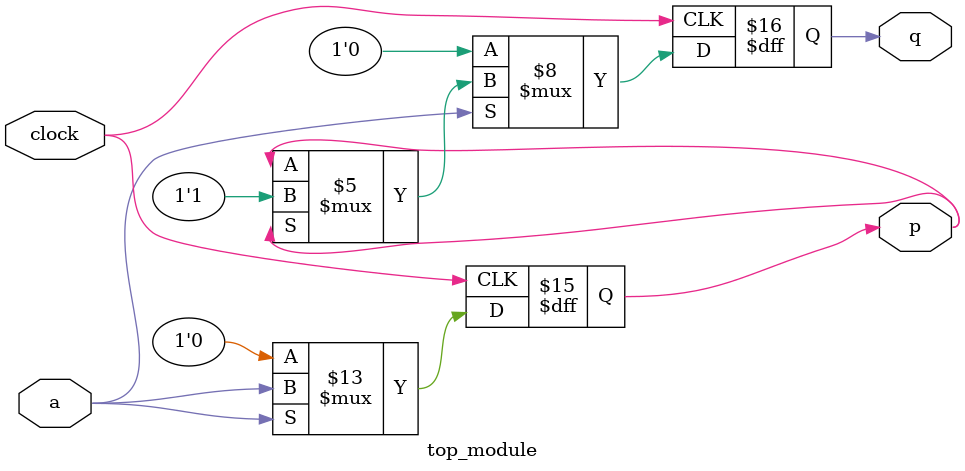
<source format=sv>
module top_module (
	input wire clock,
	input wire a, 
	output reg p,
	output reg q
);

always @(posedge clock) begin
	if (a == 1'b0) begin
		p <= 1'b0;
		q <= 1'b0;
	end else if (p == 1'b0) begin
		p <= a;
		q <= p;
	end else begin
		p <= a;
		q <= 1'b1;
	end
end

endmodule

</source>
